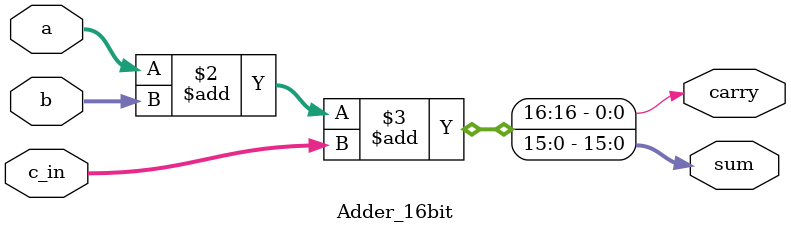
<source format=v>
`timescale 1ns / 1ps


module Adder_16bit(
input [15:0] a,
input [15:0] b,
input [15:0] c_in,
output reg [15:0] sum,
output reg carry
);
always@(a or b or c_in or sum or carry)
begin
 {carry, sum} = a+b+c_in;
 //sum = a^b^c_in;
 //carry = (a&b)|(b&c_in)|(a&c_in);
end
endmodule

</source>
